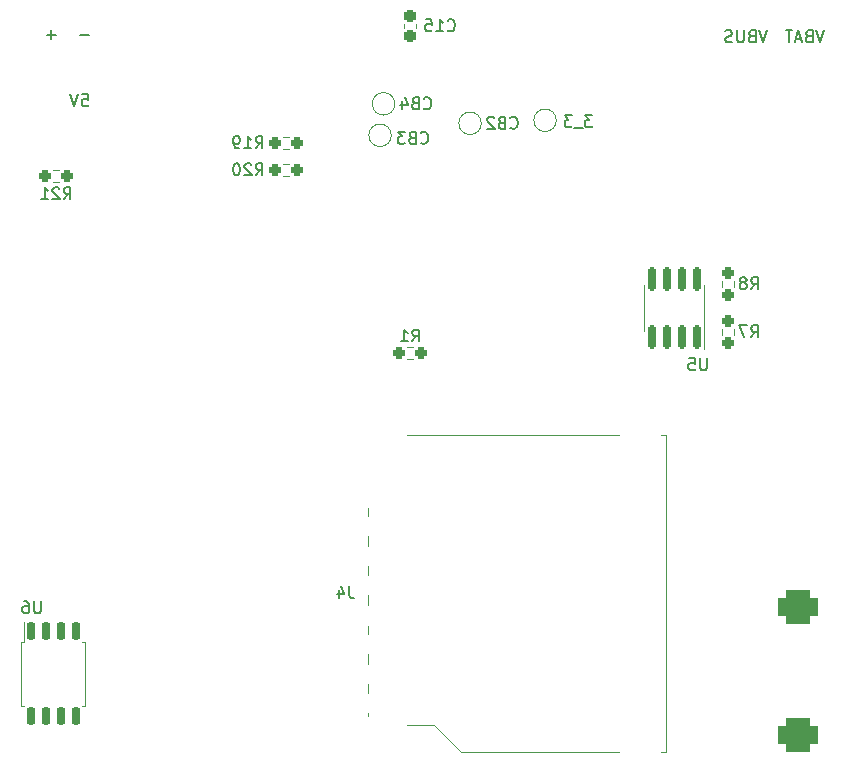
<source format=gbo>
G04 #@! TF.GenerationSoftware,KiCad,Pcbnew,7.0.7*
G04 #@! TF.CreationDate,2023-09-24T19:29:38+02:00*
G04 #@! TF.ProjectId,ardumate,61726475-6d61-4746-952e-6b696361645f,rev?*
G04 #@! TF.SameCoordinates,Original*
G04 #@! TF.FileFunction,Legend,Bot*
G04 #@! TF.FilePolarity,Positive*
%FSLAX46Y46*%
G04 Gerber Fmt 4.6, Leading zero omitted, Abs format (unit mm)*
G04 Created by KiCad (PCBNEW 7.0.7) date 2023-09-24 19:29:38*
%MOMM*%
%LPD*%
G01*
G04 APERTURE LIST*
G04 Aperture macros list*
%AMRoundRect*
0 Rectangle with rounded corners*
0 $1 Rounding radius*
0 $2 $3 $4 $5 $6 $7 $8 $9 X,Y pos of 4 corners*
0 Add a 4 corners polygon primitive as box body*
4,1,4,$2,$3,$4,$5,$6,$7,$8,$9,$2,$3,0*
0 Add four circle primitives for the rounded corners*
1,1,$1+$1,$2,$3*
1,1,$1+$1,$4,$5*
1,1,$1+$1,$6,$7*
1,1,$1+$1,$8,$9*
0 Add four rect primitives between the rounded corners*
20,1,$1+$1,$2,$3,$4,$5,0*
20,1,$1+$1,$4,$5,$6,$7,0*
20,1,$1+$1,$6,$7,$8,$9,0*
20,1,$1+$1,$8,$9,$2,$3,0*%
G04 Aperture macros list end*
%ADD10C,0.200000*%
%ADD11C,0.150000*%
%ADD12C,0.120000*%
%ADD13C,1.500000*%
%ADD14C,2.000000*%
%ADD15C,1.524000*%
%ADD16R,1.524000X1.524000*%
%ADD17RoundRect,0.725000X0.975000X-0.725000X0.975000X0.725000X-0.975000X0.725000X-0.975000X-0.725000X0*%
%ADD18C,1.600000*%
%ADD19O,1.600000X1.600000*%
%ADD20R,1.600000X1.600000*%
%ADD21C,1.700000*%
%ADD22O,1.700000X1.700000*%
%ADD23R,1.700000X1.700000*%
%ADD24C,1.000000*%
%ADD25R,1.000000X1.000000*%
%ADD26O,1.000000X1.000000*%
%ADD27O,0.800000X0.800000*%
%ADD28O,1.150000X1.800000*%
%ADD29O,1.450000X2.000000*%
%ADD30C,3.000000*%
%ADD31RoundRect,0.237500X0.237500X-0.300000X0.237500X0.300000X-0.237500X0.300000X-0.237500X-0.300000X0*%
%ADD32RoundRect,0.237500X0.250000X0.237500X-0.250000X0.237500X-0.250000X-0.237500X0.250000X-0.237500X0*%
%ADD33RoundRect,0.237500X0.237500X-0.250000X0.237500X0.250000X-0.237500X0.250000X-0.237500X-0.250000X0*%
%ADD34C,1.100000*%
%ADD35R,1.500000X1.000000*%
%ADD36R,1.500000X0.700000*%
%ADD37R,2.800000X1.500000*%
%ADD38RoundRect,0.237500X-0.237500X0.250000X-0.237500X-0.250000X0.237500X-0.250000X0.237500X0.250000X0*%
%ADD39RoundRect,0.150000X0.150000X-0.825000X0.150000X0.825000X-0.150000X0.825000X-0.150000X-0.825000X0*%
%ADD40RoundRect,0.150000X-0.150000X0.650000X-0.150000X-0.650000X0.150000X-0.650000X0.150000X0.650000X0*%
G04 APERTURE END LIST*
D10*
X108700673Y-45979733D02*
X109462578Y-45979733D01*
X109081625Y-45598780D02*
X109081625Y-46360685D01*
X111462578Y-45979733D02*
X112224483Y-45979733D01*
D11*
X111696476Y-51016819D02*
X112172666Y-51016819D01*
X112172666Y-51016819D02*
X112220285Y-51493009D01*
X112220285Y-51493009D02*
X112172666Y-51445390D01*
X112172666Y-51445390D02*
X112077428Y-51397771D01*
X112077428Y-51397771D02*
X111839333Y-51397771D01*
X111839333Y-51397771D02*
X111744095Y-51445390D01*
X111744095Y-51445390D02*
X111696476Y-51493009D01*
X111696476Y-51493009D02*
X111648857Y-51588247D01*
X111648857Y-51588247D02*
X111648857Y-51826342D01*
X111648857Y-51826342D02*
X111696476Y-51921580D01*
X111696476Y-51921580D02*
X111744095Y-51969200D01*
X111744095Y-51969200D02*
X111839333Y-52016819D01*
X111839333Y-52016819D02*
X112077428Y-52016819D01*
X112077428Y-52016819D02*
X112172666Y-51969200D01*
X112172666Y-51969200D02*
X112220285Y-51921580D01*
X111363142Y-51016819D02*
X111029809Y-52016819D01*
X111029809Y-52016819D02*
X110696476Y-51016819D01*
D10*
X169699183Y-45603219D02*
X169365850Y-46603219D01*
X169365850Y-46603219D02*
X169032517Y-45603219D01*
X168365850Y-46079409D02*
X168222993Y-46127028D01*
X168222993Y-46127028D02*
X168175374Y-46174647D01*
X168175374Y-46174647D02*
X168127755Y-46269885D01*
X168127755Y-46269885D02*
X168127755Y-46412742D01*
X168127755Y-46412742D02*
X168175374Y-46507980D01*
X168175374Y-46507980D02*
X168222993Y-46555600D01*
X168222993Y-46555600D02*
X168318231Y-46603219D01*
X168318231Y-46603219D02*
X168699183Y-46603219D01*
X168699183Y-46603219D02*
X168699183Y-45603219D01*
X168699183Y-45603219D02*
X168365850Y-45603219D01*
X168365850Y-45603219D02*
X168270612Y-45650838D01*
X168270612Y-45650838D02*
X168222993Y-45698457D01*
X168222993Y-45698457D02*
X168175374Y-45793695D01*
X168175374Y-45793695D02*
X168175374Y-45888933D01*
X168175374Y-45888933D02*
X168222993Y-45984171D01*
X168222993Y-45984171D02*
X168270612Y-46031790D01*
X168270612Y-46031790D02*
X168365850Y-46079409D01*
X168365850Y-46079409D02*
X168699183Y-46079409D01*
X167699183Y-45603219D02*
X167699183Y-46412742D01*
X167699183Y-46412742D02*
X167651564Y-46507980D01*
X167651564Y-46507980D02*
X167603945Y-46555600D01*
X167603945Y-46555600D02*
X167508707Y-46603219D01*
X167508707Y-46603219D02*
X167318231Y-46603219D01*
X167318231Y-46603219D02*
X167222993Y-46555600D01*
X167222993Y-46555600D02*
X167175374Y-46507980D01*
X167175374Y-46507980D02*
X167127755Y-46412742D01*
X167127755Y-46412742D02*
X167127755Y-45603219D01*
X166699183Y-46555600D02*
X166556326Y-46603219D01*
X166556326Y-46603219D02*
X166318231Y-46603219D01*
X166318231Y-46603219D02*
X166222993Y-46555600D01*
X166222993Y-46555600D02*
X166175374Y-46507980D01*
X166175374Y-46507980D02*
X166127755Y-46412742D01*
X166127755Y-46412742D02*
X166127755Y-46317504D01*
X166127755Y-46317504D02*
X166175374Y-46222266D01*
X166175374Y-46222266D02*
X166222993Y-46174647D01*
X166222993Y-46174647D02*
X166318231Y-46127028D01*
X166318231Y-46127028D02*
X166508707Y-46079409D01*
X166508707Y-46079409D02*
X166603945Y-46031790D01*
X166603945Y-46031790D02*
X166651564Y-45984171D01*
X166651564Y-45984171D02*
X166699183Y-45888933D01*
X166699183Y-45888933D02*
X166699183Y-45793695D01*
X166699183Y-45793695D02*
X166651564Y-45698457D01*
X166651564Y-45698457D02*
X166603945Y-45650838D01*
X166603945Y-45650838D02*
X166508707Y-45603219D01*
X166508707Y-45603219D02*
X166270612Y-45603219D01*
X166270612Y-45603219D02*
X166127755Y-45650838D01*
X174525183Y-45603219D02*
X174191850Y-46603219D01*
X174191850Y-46603219D02*
X173858517Y-45603219D01*
X173191850Y-46079409D02*
X173048993Y-46127028D01*
X173048993Y-46127028D02*
X173001374Y-46174647D01*
X173001374Y-46174647D02*
X172953755Y-46269885D01*
X172953755Y-46269885D02*
X172953755Y-46412742D01*
X172953755Y-46412742D02*
X173001374Y-46507980D01*
X173001374Y-46507980D02*
X173048993Y-46555600D01*
X173048993Y-46555600D02*
X173144231Y-46603219D01*
X173144231Y-46603219D02*
X173525183Y-46603219D01*
X173525183Y-46603219D02*
X173525183Y-45603219D01*
X173525183Y-45603219D02*
X173191850Y-45603219D01*
X173191850Y-45603219D02*
X173096612Y-45650838D01*
X173096612Y-45650838D02*
X173048993Y-45698457D01*
X173048993Y-45698457D02*
X173001374Y-45793695D01*
X173001374Y-45793695D02*
X173001374Y-45888933D01*
X173001374Y-45888933D02*
X173048993Y-45984171D01*
X173048993Y-45984171D02*
X173096612Y-46031790D01*
X173096612Y-46031790D02*
X173191850Y-46079409D01*
X173191850Y-46079409D02*
X173525183Y-46079409D01*
X172572802Y-46317504D02*
X172096612Y-46317504D01*
X172668040Y-46603219D02*
X172334707Y-45603219D01*
X172334707Y-45603219D02*
X172001374Y-46603219D01*
X171810897Y-45603219D02*
X171239469Y-45603219D01*
X171525183Y-46603219D02*
X171525183Y-45603219D01*
D11*
X154860475Y-52794819D02*
X154241428Y-52794819D01*
X154241428Y-52794819D02*
X154574761Y-53175771D01*
X154574761Y-53175771D02*
X154431904Y-53175771D01*
X154431904Y-53175771D02*
X154336666Y-53223390D01*
X154336666Y-53223390D02*
X154289047Y-53271009D01*
X154289047Y-53271009D02*
X154241428Y-53366247D01*
X154241428Y-53366247D02*
X154241428Y-53604342D01*
X154241428Y-53604342D02*
X154289047Y-53699580D01*
X154289047Y-53699580D02*
X154336666Y-53747200D01*
X154336666Y-53747200D02*
X154431904Y-53794819D01*
X154431904Y-53794819D02*
X154717618Y-53794819D01*
X154717618Y-53794819D02*
X154812856Y-53747200D01*
X154812856Y-53747200D02*
X154860475Y-53699580D01*
X154050952Y-53890057D02*
X153289047Y-53890057D01*
X153146189Y-52794819D02*
X152527142Y-52794819D01*
X152527142Y-52794819D02*
X152860475Y-53175771D01*
X152860475Y-53175771D02*
X152717618Y-53175771D01*
X152717618Y-53175771D02*
X152622380Y-53223390D01*
X152622380Y-53223390D02*
X152574761Y-53271009D01*
X152574761Y-53271009D02*
X152527142Y-53366247D01*
X152527142Y-53366247D02*
X152527142Y-53604342D01*
X152527142Y-53604342D02*
X152574761Y-53699580D01*
X152574761Y-53699580D02*
X152622380Y-53747200D01*
X152622380Y-53747200D02*
X152717618Y-53794819D01*
X152717618Y-53794819D02*
X153003332Y-53794819D01*
X153003332Y-53794819D02*
X153098570Y-53747200D01*
X153098570Y-53747200D02*
X153146189Y-53699580D01*
X147942666Y-53826580D02*
X147990285Y-53874200D01*
X147990285Y-53874200D02*
X148133142Y-53921819D01*
X148133142Y-53921819D02*
X148228380Y-53921819D01*
X148228380Y-53921819D02*
X148371237Y-53874200D01*
X148371237Y-53874200D02*
X148466475Y-53778961D01*
X148466475Y-53778961D02*
X148514094Y-53683723D01*
X148514094Y-53683723D02*
X148561713Y-53493247D01*
X148561713Y-53493247D02*
X148561713Y-53350390D01*
X148561713Y-53350390D02*
X148514094Y-53159914D01*
X148514094Y-53159914D02*
X148466475Y-53064676D01*
X148466475Y-53064676D02*
X148371237Y-52969438D01*
X148371237Y-52969438D02*
X148228380Y-52921819D01*
X148228380Y-52921819D02*
X148133142Y-52921819D01*
X148133142Y-52921819D02*
X147990285Y-52969438D01*
X147990285Y-52969438D02*
X147942666Y-53017057D01*
X147180761Y-53398009D02*
X147037904Y-53445628D01*
X147037904Y-53445628D02*
X146990285Y-53493247D01*
X146990285Y-53493247D02*
X146942666Y-53588485D01*
X146942666Y-53588485D02*
X146942666Y-53731342D01*
X146942666Y-53731342D02*
X146990285Y-53826580D01*
X146990285Y-53826580D02*
X147037904Y-53874200D01*
X147037904Y-53874200D02*
X147133142Y-53921819D01*
X147133142Y-53921819D02*
X147514094Y-53921819D01*
X147514094Y-53921819D02*
X147514094Y-52921819D01*
X147514094Y-52921819D02*
X147180761Y-52921819D01*
X147180761Y-52921819D02*
X147085523Y-52969438D01*
X147085523Y-52969438D02*
X147037904Y-53017057D01*
X147037904Y-53017057D02*
X146990285Y-53112295D01*
X146990285Y-53112295D02*
X146990285Y-53207533D01*
X146990285Y-53207533D02*
X147037904Y-53302771D01*
X147037904Y-53302771D02*
X147085523Y-53350390D01*
X147085523Y-53350390D02*
X147180761Y-53398009D01*
X147180761Y-53398009D02*
X147514094Y-53398009D01*
X146561713Y-53017057D02*
X146514094Y-52969438D01*
X146514094Y-52969438D02*
X146418856Y-52921819D01*
X146418856Y-52921819D02*
X146180761Y-52921819D01*
X146180761Y-52921819D02*
X146085523Y-52969438D01*
X146085523Y-52969438D02*
X146037904Y-53017057D01*
X146037904Y-53017057D02*
X145990285Y-53112295D01*
X145990285Y-53112295D02*
X145990285Y-53207533D01*
X145990285Y-53207533D02*
X146037904Y-53350390D01*
X146037904Y-53350390D02*
X146609332Y-53921819D01*
X146609332Y-53921819D02*
X145990285Y-53921819D01*
X142628857Y-45571580D02*
X142676476Y-45619200D01*
X142676476Y-45619200D02*
X142819333Y-45666819D01*
X142819333Y-45666819D02*
X142914571Y-45666819D01*
X142914571Y-45666819D02*
X143057428Y-45619200D01*
X143057428Y-45619200D02*
X143152666Y-45523961D01*
X143152666Y-45523961D02*
X143200285Y-45428723D01*
X143200285Y-45428723D02*
X143247904Y-45238247D01*
X143247904Y-45238247D02*
X143247904Y-45095390D01*
X143247904Y-45095390D02*
X143200285Y-44904914D01*
X143200285Y-44904914D02*
X143152666Y-44809676D01*
X143152666Y-44809676D02*
X143057428Y-44714438D01*
X143057428Y-44714438D02*
X142914571Y-44666819D01*
X142914571Y-44666819D02*
X142819333Y-44666819D01*
X142819333Y-44666819D02*
X142676476Y-44714438D01*
X142676476Y-44714438D02*
X142628857Y-44762057D01*
X141676476Y-45666819D02*
X142247904Y-45666819D01*
X141962190Y-45666819D02*
X141962190Y-44666819D01*
X141962190Y-44666819D02*
X142057428Y-44809676D01*
X142057428Y-44809676D02*
X142152666Y-44904914D01*
X142152666Y-44904914D02*
X142247904Y-44952533D01*
X140771714Y-44666819D02*
X141247904Y-44666819D01*
X141247904Y-44666819D02*
X141295523Y-45143009D01*
X141295523Y-45143009D02*
X141247904Y-45095390D01*
X141247904Y-45095390D02*
X141152666Y-45047771D01*
X141152666Y-45047771D02*
X140914571Y-45047771D01*
X140914571Y-45047771D02*
X140819333Y-45095390D01*
X140819333Y-45095390D02*
X140771714Y-45143009D01*
X140771714Y-45143009D02*
X140724095Y-45238247D01*
X140724095Y-45238247D02*
X140724095Y-45476342D01*
X140724095Y-45476342D02*
X140771714Y-45571580D01*
X140771714Y-45571580D02*
X140819333Y-45619200D01*
X140819333Y-45619200D02*
X140914571Y-45666819D01*
X140914571Y-45666819D02*
X141152666Y-45666819D01*
X141152666Y-45666819D02*
X141247904Y-45619200D01*
X141247904Y-45619200D02*
X141295523Y-45571580D01*
X139612666Y-71922819D02*
X139945999Y-71446628D01*
X140184094Y-71922819D02*
X140184094Y-70922819D01*
X140184094Y-70922819D02*
X139803142Y-70922819D01*
X139803142Y-70922819D02*
X139707904Y-70970438D01*
X139707904Y-70970438D02*
X139660285Y-71018057D01*
X139660285Y-71018057D02*
X139612666Y-71113295D01*
X139612666Y-71113295D02*
X139612666Y-71256152D01*
X139612666Y-71256152D02*
X139660285Y-71351390D01*
X139660285Y-71351390D02*
X139707904Y-71399009D01*
X139707904Y-71399009D02*
X139803142Y-71446628D01*
X139803142Y-71446628D02*
X140184094Y-71446628D01*
X138660285Y-71922819D02*
X139231713Y-71922819D01*
X138945999Y-71922819D02*
X138945999Y-70922819D01*
X138945999Y-70922819D02*
X139041237Y-71065676D01*
X139041237Y-71065676D02*
X139136475Y-71160914D01*
X139136475Y-71160914D02*
X139231713Y-71208533D01*
X168314666Y-71574819D02*
X168647999Y-71098628D01*
X168886094Y-71574819D02*
X168886094Y-70574819D01*
X168886094Y-70574819D02*
X168505142Y-70574819D01*
X168505142Y-70574819D02*
X168409904Y-70622438D01*
X168409904Y-70622438D02*
X168362285Y-70670057D01*
X168362285Y-70670057D02*
X168314666Y-70765295D01*
X168314666Y-70765295D02*
X168314666Y-70908152D01*
X168314666Y-70908152D02*
X168362285Y-71003390D01*
X168362285Y-71003390D02*
X168409904Y-71051009D01*
X168409904Y-71051009D02*
X168505142Y-71098628D01*
X168505142Y-71098628D02*
X168886094Y-71098628D01*
X167981332Y-70574819D02*
X167314666Y-70574819D01*
X167314666Y-70574819D02*
X167743237Y-71574819D01*
X134307333Y-92672819D02*
X134307333Y-93387104D01*
X134307333Y-93387104D02*
X134354952Y-93529961D01*
X134354952Y-93529961D02*
X134450190Y-93625200D01*
X134450190Y-93625200D02*
X134593047Y-93672819D01*
X134593047Y-93672819D02*
X134688285Y-93672819D01*
X133402571Y-93006152D02*
X133402571Y-93672819D01*
X133640666Y-92625200D02*
X133878761Y-93339485D01*
X133878761Y-93339485D02*
X133259714Y-93339485D01*
X168314666Y-67510819D02*
X168647999Y-67034628D01*
X168886094Y-67510819D02*
X168886094Y-66510819D01*
X168886094Y-66510819D02*
X168505142Y-66510819D01*
X168505142Y-66510819D02*
X168409904Y-66558438D01*
X168409904Y-66558438D02*
X168362285Y-66606057D01*
X168362285Y-66606057D02*
X168314666Y-66701295D01*
X168314666Y-66701295D02*
X168314666Y-66844152D01*
X168314666Y-66844152D02*
X168362285Y-66939390D01*
X168362285Y-66939390D02*
X168409904Y-66987009D01*
X168409904Y-66987009D02*
X168505142Y-67034628D01*
X168505142Y-67034628D02*
X168886094Y-67034628D01*
X167743237Y-66939390D02*
X167838475Y-66891771D01*
X167838475Y-66891771D02*
X167886094Y-66844152D01*
X167886094Y-66844152D02*
X167933713Y-66748914D01*
X167933713Y-66748914D02*
X167933713Y-66701295D01*
X167933713Y-66701295D02*
X167886094Y-66606057D01*
X167886094Y-66606057D02*
X167838475Y-66558438D01*
X167838475Y-66558438D02*
X167743237Y-66510819D01*
X167743237Y-66510819D02*
X167552761Y-66510819D01*
X167552761Y-66510819D02*
X167457523Y-66558438D01*
X167457523Y-66558438D02*
X167409904Y-66606057D01*
X167409904Y-66606057D02*
X167362285Y-66701295D01*
X167362285Y-66701295D02*
X167362285Y-66748914D01*
X167362285Y-66748914D02*
X167409904Y-66844152D01*
X167409904Y-66844152D02*
X167457523Y-66891771D01*
X167457523Y-66891771D02*
X167552761Y-66939390D01*
X167552761Y-66939390D02*
X167743237Y-66939390D01*
X167743237Y-66939390D02*
X167838475Y-66987009D01*
X167838475Y-66987009D02*
X167886094Y-67034628D01*
X167886094Y-67034628D02*
X167933713Y-67129866D01*
X167933713Y-67129866D02*
X167933713Y-67320342D01*
X167933713Y-67320342D02*
X167886094Y-67415580D01*
X167886094Y-67415580D02*
X167838475Y-67463200D01*
X167838475Y-67463200D02*
X167743237Y-67510819D01*
X167743237Y-67510819D02*
X167552761Y-67510819D01*
X167552761Y-67510819D02*
X167457523Y-67463200D01*
X167457523Y-67463200D02*
X167409904Y-67415580D01*
X167409904Y-67415580D02*
X167362285Y-67320342D01*
X167362285Y-67320342D02*
X167362285Y-67129866D01*
X167362285Y-67129866D02*
X167409904Y-67034628D01*
X167409904Y-67034628D02*
X167457523Y-66987009D01*
X167457523Y-66987009D02*
X167552761Y-66939390D01*
X126372857Y-57858819D02*
X126706190Y-57382628D01*
X126944285Y-57858819D02*
X126944285Y-56858819D01*
X126944285Y-56858819D02*
X126563333Y-56858819D01*
X126563333Y-56858819D02*
X126468095Y-56906438D01*
X126468095Y-56906438D02*
X126420476Y-56954057D01*
X126420476Y-56954057D02*
X126372857Y-57049295D01*
X126372857Y-57049295D02*
X126372857Y-57192152D01*
X126372857Y-57192152D02*
X126420476Y-57287390D01*
X126420476Y-57287390D02*
X126468095Y-57335009D01*
X126468095Y-57335009D02*
X126563333Y-57382628D01*
X126563333Y-57382628D02*
X126944285Y-57382628D01*
X125991904Y-56954057D02*
X125944285Y-56906438D01*
X125944285Y-56906438D02*
X125849047Y-56858819D01*
X125849047Y-56858819D02*
X125610952Y-56858819D01*
X125610952Y-56858819D02*
X125515714Y-56906438D01*
X125515714Y-56906438D02*
X125468095Y-56954057D01*
X125468095Y-56954057D02*
X125420476Y-57049295D01*
X125420476Y-57049295D02*
X125420476Y-57144533D01*
X125420476Y-57144533D02*
X125468095Y-57287390D01*
X125468095Y-57287390D02*
X126039523Y-57858819D01*
X126039523Y-57858819D02*
X125420476Y-57858819D01*
X124801428Y-56858819D02*
X124706190Y-56858819D01*
X124706190Y-56858819D02*
X124610952Y-56906438D01*
X124610952Y-56906438D02*
X124563333Y-56954057D01*
X124563333Y-56954057D02*
X124515714Y-57049295D01*
X124515714Y-57049295D02*
X124468095Y-57239771D01*
X124468095Y-57239771D02*
X124468095Y-57477866D01*
X124468095Y-57477866D02*
X124515714Y-57668342D01*
X124515714Y-57668342D02*
X124563333Y-57763580D01*
X124563333Y-57763580D02*
X124610952Y-57811200D01*
X124610952Y-57811200D02*
X124706190Y-57858819D01*
X124706190Y-57858819D02*
X124801428Y-57858819D01*
X124801428Y-57858819D02*
X124896666Y-57811200D01*
X124896666Y-57811200D02*
X124944285Y-57763580D01*
X124944285Y-57763580D02*
X124991904Y-57668342D01*
X124991904Y-57668342D02*
X125039523Y-57477866D01*
X125039523Y-57477866D02*
X125039523Y-57239771D01*
X125039523Y-57239771D02*
X124991904Y-57049295D01*
X124991904Y-57049295D02*
X124944285Y-56954057D01*
X124944285Y-56954057D02*
X124896666Y-56906438D01*
X124896666Y-56906438D02*
X124801428Y-56858819D01*
X140620666Y-52175580D02*
X140668285Y-52223200D01*
X140668285Y-52223200D02*
X140811142Y-52270819D01*
X140811142Y-52270819D02*
X140906380Y-52270819D01*
X140906380Y-52270819D02*
X141049237Y-52223200D01*
X141049237Y-52223200D02*
X141144475Y-52127961D01*
X141144475Y-52127961D02*
X141192094Y-52032723D01*
X141192094Y-52032723D02*
X141239713Y-51842247D01*
X141239713Y-51842247D02*
X141239713Y-51699390D01*
X141239713Y-51699390D02*
X141192094Y-51508914D01*
X141192094Y-51508914D02*
X141144475Y-51413676D01*
X141144475Y-51413676D02*
X141049237Y-51318438D01*
X141049237Y-51318438D02*
X140906380Y-51270819D01*
X140906380Y-51270819D02*
X140811142Y-51270819D01*
X140811142Y-51270819D02*
X140668285Y-51318438D01*
X140668285Y-51318438D02*
X140620666Y-51366057D01*
X139858761Y-51747009D02*
X139715904Y-51794628D01*
X139715904Y-51794628D02*
X139668285Y-51842247D01*
X139668285Y-51842247D02*
X139620666Y-51937485D01*
X139620666Y-51937485D02*
X139620666Y-52080342D01*
X139620666Y-52080342D02*
X139668285Y-52175580D01*
X139668285Y-52175580D02*
X139715904Y-52223200D01*
X139715904Y-52223200D02*
X139811142Y-52270819D01*
X139811142Y-52270819D02*
X140192094Y-52270819D01*
X140192094Y-52270819D02*
X140192094Y-51270819D01*
X140192094Y-51270819D02*
X139858761Y-51270819D01*
X139858761Y-51270819D02*
X139763523Y-51318438D01*
X139763523Y-51318438D02*
X139715904Y-51366057D01*
X139715904Y-51366057D02*
X139668285Y-51461295D01*
X139668285Y-51461295D02*
X139668285Y-51556533D01*
X139668285Y-51556533D02*
X139715904Y-51651771D01*
X139715904Y-51651771D02*
X139763523Y-51699390D01*
X139763523Y-51699390D02*
X139858761Y-51747009D01*
X139858761Y-51747009D02*
X140192094Y-51747009D01*
X138763523Y-51604152D02*
X138763523Y-52270819D01*
X139001618Y-51223200D02*
X139239713Y-51937485D01*
X139239713Y-51937485D02*
X138620666Y-51937485D01*
X110116857Y-59890819D02*
X110450190Y-59414628D01*
X110688285Y-59890819D02*
X110688285Y-58890819D01*
X110688285Y-58890819D02*
X110307333Y-58890819D01*
X110307333Y-58890819D02*
X110212095Y-58938438D01*
X110212095Y-58938438D02*
X110164476Y-58986057D01*
X110164476Y-58986057D02*
X110116857Y-59081295D01*
X110116857Y-59081295D02*
X110116857Y-59224152D01*
X110116857Y-59224152D02*
X110164476Y-59319390D01*
X110164476Y-59319390D02*
X110212095Y-59367009D01*
X110212095Y-59367009D02*
X110307333Y-59414628D01*
X110307333Y-59414628D02*
X110688285Y-59414628D01*
X109735904Y-58986057D02*
X109688285Y-58938438D01*
X109688285Y-58938438D02*
X109593047Y-58890819D01*
X109593047Y-58890819D02*
X109354952Y-58890819D01*
X109354952Y-58890819D02*
X109259714Y-58938438D01*
X109259714Y-58938438D02*
X109212095Y-58986057D01*
X109212095Y-58986057D02*
X109164476Y-59081295D01*
X109164476Y-59081295D02*
X109164476Y-59176533D01*
X109164476Y-59176533D02*
X109212095Y-59319390D01*
X109212095Y-59319390D02*
X109783523Y-59890819D01*
X109783523Y-59890819D02*
X109164476Y-59890819D01*
X108212095Y-59890819D02*
X108783523Y-59890819D01*
X108497809Y-59890819D02*
X108497809Y-58890819D01*
X108497809Y-58890819D02*
X108593047Y-59033676D01*
X108593047Y-59033676D02*
X108688285Y-59128914D01*
X108688285Y-59128914D02*
X108783523Y-59176533D01*
X126372857Y-55572819D02*
X126706190Y-55096628D01*
X126944285Y-55572819D02*
X126944285Y-54572819D01*
X126944285Y-54572819D02*
X126563333Y-54572819D01*
X126563333Y-54572819D02*
X126468095Y-54620438D01*
X126468095Y-54620438D02*
X126420476Y-54668057D01*
X126420476Y-54668057D02*
X126372857Y-54763295D01*
X126372857Y-54763295D02*
X126372857Y-54906152D01*
X126372857Y-54906152D02*
X126420476Y-55001390D01*
X126420476Y-55001390D02*
X126468095Y-55049009D01*
X126468095Y-55049009D02*
X126563333Y-55096628D01*
X126563333Y-55096628D02*
X126944285Y-55096628D01*
X125420476Y-55572819D02*
X125991904Y-55572819D01*
X125706190Y-55572819D02*
X125706190Y-54572819D01*
X125706190Y-54572819D02*
X125801428Y-54715676D01*
X125801428Y-54715676D02*
X125896666Y-54810914D01*
X125896666Y-54810914D02*
X125991904Y-54858533D01*
X124944285Y-55572819D02*
X124753809Y-55572819D01*
X124753809Y-55572819D02*
X124658571Y-55525200D01*
X124658571Y-55525200D02*
X124610952Y-55477580D01*
X124610952Y-55477580D02*
X124515714Y-55334723D01*
X124515714Y-55334723D02*
X124468095Y-55144247D01*
X124468095Y-55144247D02*
X124468095Y-54763295D01*
X124468095Y-54763295D02*
X124515714Y-54668057D01*
X124515714Y-54668057D02*
X124563333Y-54620438D01*
X124563333Y-54620438D02*
X124658571Y-54572819D01*
X124658571Y-54572819D02*
X124849047Y-54572819D01*
X124849047Y-54572819D02*
X124944285Y-54620438D01*
X124944285Y-54620438D02*
X124991904Y-54668057D01*
X124991904Y-54668057D02*
X125039523Y-54763295D01*
X125039523Y-54763295D02*
X125039523Y-55001390D01*
X125039523Y-55001390D02*
X124991904Y-55096628D01*
X124991904Y-55096628D02*
X124944285Y-55144247D01*
X124944285Y-55144247D02*
X124849047Y-55191866D01*
X124849047Y-55191866D02*
X124658571Y-55191866D01*
X124658571Y-55191866D02*
X124563333Y-55144247D01*
X124563333Y-55144247D02*
X124515714Y-55096628D01*
X124515714Y-55096628D02*
X124468095Y-55001390D01*
X140366666Y-55096580D02*
X140414285Y-55144200D01*
X140414285Y-55144200D02*
X140557142Y-55191819D01*
X140557142Y-55191819D02*
X140652380Y-55191819D01*
X140652380Y-55191819D02*
X140795237Y-55144200D01*
X140795237Y-55144200D02*
X140890475Y-55048961D01*
X140890475Y-55048961D02*
X140938094Y-54953723D01*
X140938094Y-54953723D02*
X140985713Y-54763247D01*
X140985713Y-54763247D02*
X140985713Y-54620390D01*
X140985713Y-54620390D02*
X140938094Y-54429914D01*
X140938094Y-54429914D02*
X140890475Y-54334676D01*
X140890475Y-54334676D02*
X140795237Y-54239438D01*
X140795237Y-54239438D02*
X140652380Y-54191819D01*
X140652380Y-54191819D02*
X140557142Y-54191819D01*
X140557142Y-54191819D02*
X140414285Y-54239438D01*
X140414285Y-54239438D02*
X140366666Y-54287057D01*
X139604761Y-54668009D02*
X139461904Y-54715628D01*
X139461904Y-54715628D02*
X139414285Y-54763247D01*
X139414285Y-54763247D02*
X139366666Y-54858485D01*
X139366666Y-54858485D02*
X139366666Y-55001342D01*
X139366666Y-55001342D02*
X139414285Y-55096580D01*
X139414285Y-55096580D02*
X139461904Y-55144200D01*
X139461904Y-55144200D02*
X139557142Y-55191819D01*
X139557142Y-55191819D02*
X139938094Y-55191819D01*
X139938094Y-55191819D02*
X139938094Y-54191819D01*
X139938094Y-54191819D02*
X139604761Y-54191819D01*
X139604761Y-54191819D02*
X139509523Y-54239438D01*
X139509523Y-54239438D02*
X139461904Y-54287057D01*
X139461904Y-54287057D02*
X139414285Y-54382295D01*
X139414285Y-54382295D02*
X139414285Y-54477533D01*
X139414285Y-54477533D02*
X139461904Y-54572771D01*
X139461904Y-54572771D02*
X139509523Y-54620390D01*
X139509523Y-54620390D02*
X139604761Y-54668009D01*
X139604761Y-54668009D02*
X139938094Y-54668009D01*
X139033332Y-54191819D02*
X138414285Y-54191819D01*
X138414285Y-54191819D02*
X138747618Y-54572771D01*
X138747618Y-54572771D02*
X138604761Y-54572771D01*
X138604761Y-54572771D02*
X138509523Y-54620390D01*
X138509523Y-54620390D02*
X138461904Y-54668009D01*
X138461904Y-54668009D02*
X138414285Y-54763247D01*
X138414285Y-54763247D02*
X138414285Y-55001342D01*
X138414285Y-55001342D02*
X138461904Y-55096580D01*
X138461904Y-55096580D02*
X138509523Y-55144200D01*
X138509523Y-55144200D02*
X138604761Y-55191819D01*
X138604761Y-55191819D02*
X138890475Y-55191819D01*
X138890475Y-55191819D02*
X138985713Y-55144200D01*
X138985713Y-55144200D02*
X139033332Y-55096580D01*
X164591904Y-73368819D02*
X164591904Y-74178342D01*
X164591904Y-74178342D02*
X164544285Y-74273580D01*
X164544285Y-74273580D02*
X164496666Y-74321200D01*
X164496666Y-74321200D02*
X164401428Y-74368819D01*
X164401428Y-74368819D02*
X164210952Y-74368819D01*
X164210952Y-74368819D02*
X164115714Y-74321200D01*
X164115714Y-74321200D02*
X164068095Y-74273580D01*
X164068095Y-74273580D02*
X164020476Y-74178342D01*
X164020476Y-74178342D02*
X164020476Y-73368819D01*
X163068095Y-73368819D02*
X163544285Y-73368819D01*
X163544285Y-73368819D02*
X163591904Y-73845009D01*
X163591904Y-73845009D02*
X163544285Y-73797390D01*
X163544285Y-73797390D02*
X163449047Y-73749771D01*
X163449047Y-73749771D02*
X163210952Y-73749771D01*
X163210952Y-73749771D02*
X163115714Y-73797390D01*
X163115714Y-73797390D02*
X163068095Y-73845009D01*
X163068095Y-73845009D02*
X163020476Y-73940247D01*
X163020476Y-73940247D02*
X163020476Y-74178342D01*
X163020476Y-74178342D02*
X163068095Y-74273580D01*
X163068095Y-74273580D02*
X163115714Y-74321200D01*
X163115714Y-74321200D02*
X163210952Y-74368819D01*
X163210952Y-74368819D02*
X163449047Y-74368819D01*
X163449047Y-74368819D02*
X163544285Y-74321200D01*
X163544285Y-74321200D02*
X163591904Y-74273580D01*
X108203904Y-93942819D02*
X108203904Y-94752342D01*
X108203904Y-94752342D02*
X108156285Y-94847580D01*
X108156285Y-94847580D02*
X108108666Y-94895200D01*
X108108666Y-94895200D02*
X108013428Y-94942819D01*
X108013428Y-94942819D02*
X107822952Y-94942819D01*
X107822952Y-94942819D02*
X107727714Y-94895200D01*
X107727714Y-94895200D02*
X107680095Y-94847580D01*
X107680095Y-94847580D02*
X107632476Y-94752342D01*
X107632476Y-94752342D02*
X107632476Y-93942819D01*
X106727714Y-93942819D02*
X106918190Y-93942819D01*
X106918190Y-93942819D02*
X107013428Y-93990438D01*
X107013428Y-93990438D02*
X107061047Y-94038057D01*
X107061047Y-94038057D02*
X107156285Y-94180914D01*
X107156285Y-94180914D02*
X107203904Y-94371390D01*
X107203904Y-94371390D02*
X107203904Y-94752342D01*
X107203904Y-94752342D02*
X107156285Y-94847580D01*
X107156285Y-94847580D02*
X107108666Y-94895200D01*
X107108666Y-94895200D02*
X107013428Y-94942819D01*
X107013428Y-94942819D02*
X106822952Y-94942819D01*
X106822952Y-94942819D02*
X106727714Y-94895200D01*
X106727714Y-94895200D02*
X106680095Y-94847580D01*
X106680095Y-94847580D02*
X106632476Y-94752342D01*
X106632476Y-94752342D02*
X106632476Y-94514247D01*
X106632476Y-94514247D02*
X106680095Y-94419009D01*
X106680095Y-94419009D02*
X106727714Y-94371390D01*
X106727714Y-94371390D02*
X106822952Y-94323771D01*
X106822952Y-94323771D02*
X107013428Y-94323771D01*
X107013428Y-94323771D02*
X107108666Y-94371390D01*
X107108666Y-94371390D02*
X107156285Y-94419009D01*
X107156285Y-94419009D02*
X107203904Y-94514247D01*
D12*
X151826000Y-53213000D02*
G75*
G03*
X151826000Y-53213000I-950000J0D01*
G01*
X145476000Y-53467000D02*
G75*
G03*
X145476000Y-53467000I-950000J0D01*
G01*
X138936000Y-45358267D02*
X138936000Y-45065733D01*
X139956000Y-45358267D02*
X139956000Y-45065733D01*
X139700724Y-73420500D02*
X139191276Y-73420500D01*
X139700724Y-72375500D02*
X139191276Y-72375500D01*
X165847500Y-71374724D02*
X165847500Y-70865276D01*
X166892500Y-71374724D02*
X166892500Y-70865276D01*
X161119000Y-79848000D02*
X161119000Y-106688000D01*
X160699000Y-79848000D02*
X161119000Y-79848000D01*
X139199000Y-79848000D02*
X157099000Y-79848000D01*
X135879000Y-86018000D02*
X135879000Y-86718000D01*
X135879000Y-88418000D02*
X135879000Y-89218000D01*
X135879000Y-90918000D02*
X135879000Y-91718000D01*
X135879000Y-93418000D02*
X135879000Y-94218000D01*
X135879000Y-96018000D02*
X135879000Y-96718000D01*
X135879000Y-98418000D02*
X135879000Y-99218000D01*
X135879000Y-100918000D02*
X135879000Y-101718000D01*
X135879000Y-103418000D02*
X135879000Y-103618000D01*
X141499000Y-104388000D02*
X143799000Y-106688000D01*
X139199000Y-104388000D02*
X141499000Y-104388000D01*
X161119000Y-106688000D02*
X160699000Y-106688000D01*
X143799000Y-106688000D02*
X157099000Y-106688000D01*
X166892500Y-66801276D02*
X166892500Y-67310724D01*
X165847500Y-66801276D02*
X165847500Y-67310724D01*
X129183224Y-57926500D02*
X128673776Y-57926500D01*
X129183224Y-56881500D02*
X128673776Y-56881500D01*
X138154000Y-51816000D02*
G75*
G03*
X138154000Y-51816000I-950000J0D01*
G01*
X109728724Y-58434500D02*
X109219276Y-58434500D01*
X109728724Y-57389500D02*
X109219276Y-57389500D01*
X129183224Y-55640500D02*
X128673776Y-55640500D01*
X129183224Y-54595500D02*
X128673776Y-54595500D01*
X137856000Y-54483000D02*
G75*
G03*
X137856000Y-54483000I-950000J0D01*
G01*
X159238000Y-69088000D02*
X159238000Y-71038000D01*
X159238000Y-69088000D02*
X159238000Y-67138000D01*
X164358000Y-69088000D02*
X164358000Y-72538000D01*
X164358000Y-69088000D02*
X164358000Y-67138000D01*
X111945000Y-97351000D02*
X111685000Y-97351000D01*
X106755000Y-97351000D02*
X106755000Y-95676000D01*
X106495000Y-97351000D02*
X106755000Y-97351000D01*
X111945000Y-100076000D02*
X111945000Y-97351000D01*
X111945000Y-100076000D02*
X111945000Y-102801000D01*
X106495000Y-100076000D02*
X106495000Y-97351000D01*
X106495000Y-100076000D02*
X106495000Y-102801000D01*
X111945000Y-102801000D02*
X111685000Y-102801000D01*
X106495000Y-102801000D02*
X106755000Y-102801000D01*
%LPC*%
D13*
X150876000Y-53213000D03*
X167386000Y-81026000D03*
X172466000Y-59690000D03*
D14*
X113995200Y-119380000D03*
X109220000Y-119380000D03*
X154940000Y-116840000D03*
X154940000Y-112064800D03*
D15*
X174752000Y-102322000D03*
X174752000Y-99822000D03*
D16*
X174752000Y-97322000D03*
D17*
X172252000Y-94422000D03*
X172252000Y-105222000D03*
D18*
X118115000Y-76205000D03*
D19*
X120655000Y-76205000D03*
X123195000Y-76205000D03*
X125735000Y-76205000D03*
X128275000Y-76205000D03*
X130815000Y-76205000D03*
X133355000Y-76205000D03*
X135895000Y-76205000D03*
X138435000Y-76205000D03*
X140975000Y-76205000D03*
D20*
X143515000Y-76205000D03*
D19*
X146055000Y-76205000D03*
X148595000Y-76205000D03*
X151135000Y-76205000D03*
X153675000Y-76205000D03*
X156215000Y-76205000D03*
X158755000Y-76205000D03*
X161295000Y-76205000D03*
X163835000Y-76205000D03*
X166375000Y-76205000D03*
X166375000Y-60965000D03*
X163835000Y-60965000D03*
X161295000Y-60965000D03*
X158755000Y-60965000D03*
X156215000Y-60965000D03*
X153675000Y-60965000D03*
X151135000Y-60965000D03*
X148595000Y-60965000D03*
X146055000Y-60965000D03*
X143515000Y-60965000D03*
D20*
X140975000Y-60965000D03*
D19*
X138435000Y-60965000D03*
X135895000Y-60965000D03*
X133355000Y-60965000D03*
X130815000Y-60965000D03*
X128275000Y-60965000D03*
X125735000Y-60965000D03*
X123195000Y-60965000D03*
X120655000Y-60965000D03*
X118115000Y-60965000D03*
D21*
X121920000Y-98044000D03*
D22*
X121920000Y-95504000D03*
X124460000Y-98044000D03*
X124460000Y-95504000D03*
X127000000Y-98044000D03*
D23*
X127000000Y-95504000D03*
D13*
X148754000Y-68834000D03*
X143854000Y-68834000D03*
D21*
X109220000Y-43180000D03*
D22*
X111760000Y-43180000D03*
X114300000Y-43180000D03*
D14*
X163830000Y-116840000D03*
X163830000Y-112064800D03*
D13*
X171958000Y-81026000D03*
D14*
X124460000Y-119380000D03*
X129235200Y-119380000D03*
D21*
X172720000Y-64770000D03*
D23*
X172720000Y-67310000D03*
D22*
X172720000Y-69850000D03*
X172720000Y-72390000D03*
D24*
X143510000Y-86106000D03*
D25*
X143510000Y-87376000D03*
D26*
X143510000Y-88646000D03*
X143510000Y-89916000D03*
X143510000Y-91186000D03*
X143510000Y-92456000D03*
X143510000Y-93726000D03*
X143510000Y-94996000D03*
D14*
X154940000Y-121920000D03*
X154940000Y-126695200D03*
D13*
X163576000Y-81026000D03*
D14*
X163830000Y-121920000D03*
X163830000Y-126695200D03*
X119075200Y-109524800D03*
X119075200Y-114300000D03*
D21*
X114300000Y-51308000D03*
D23*
X114300000Y-53848000D03*
D27*
X159985000Y-45497000D03*
X154985000Y-45497000D03*
D28*
X161360000Y-42747000D03*
D29*
X161210000Y-46547000D03*
X153760000Y-46547000D03*
D28*
X153610000Y-42747000D03*
D23*
X172720000Y-43180000D03*
D22*
X170180000Y-43180000D03*
X167640000Y-43180000D03*
D21*
X109220000Y-48260000D03*
D23*
X111760000Y-48260000D03*
D14*
X119075200Y-124460000D03*
X119075200Y-129235200D03*
D30*
X104129840Y-87978945D03*
X104140000Y-49182985D03*
X172135800Y-49193145D03*
D16*
X104617520Y-76142545D03*
D15*
X104617520Y-73602545D03*
X104617520Y-71062545D03*
X104617520Y-68522545D03*
X104617520Y-65982545D03*
X104617520Y-63442545D03*
X104617520Y-60902545D03*
D13*
X144526000Y-53467000D03*
D31*
X139446000Y-46074500D03*
X139446000Y-44349500D03*
D32*
X140358500Y-72898000D03*
X138533500Y-72898000D03*
D33*
X166370000Y-72032500D03*
X166370000Y-70207500D03*
D34*
X138399000Y-81718000D03*
D18*
X138399000Y-102718000D03*
D35*
X135599000Y-100093000D03*
X135599000Y-97593000D03*
X135599000Y-95093000D03*
X135599000Y-92593000D03*
X135599000Y-90093000D03*
X135599000Y-87593000D03*
X135599000Y-85163000D03*
X135599000Y-83463000D03*
X135599000Y-102593000D03*
D36*
X135599000Y-82163000D03*
X135599000Y-80963000D03*
D37*
X158899000Y-79568000D03*
X137399000Y-79568000D03*
X137399000Y-104668000D03*
X158899000Y-106868000D03*
D38*
X166370000Y-66143500D03*
X166370000Y-67968500D03*
D32*
X129841000Y-57404000D03*
X128016000Y-57404000D03*
D13*
X137204000Y-51816000D03*
D32*
X110386500Y-57912000D03*
X108561500Y-57912000D03*
X129841000Y-55118000D03*
X128016000Y-55118000D03*
D13*
X136906000Y-54483000D03*
D39*
X163703000Y-71563000D03*
X162433000Y-71563000D03*
X161163000Y-71563000D03*
X159893000Y-71563000D03*
X159893000Y-66613000D03*
X161163000Y-66613000D03*
X162433000Y-66613000D03*
X163703000Y-66613000D03*
D40*
X107315000Y-96476000D03*
X108585000Y-96476000D03*
X109855000Y-96476000D03*
X111125000Y-96476000D03*
X111125000Y-103676000D03*
X109855000Y-103676000D03*
X108585000Y-103676000D03*
X107315000Y-103676000D03*
%LPD*%
M02*

</source>
